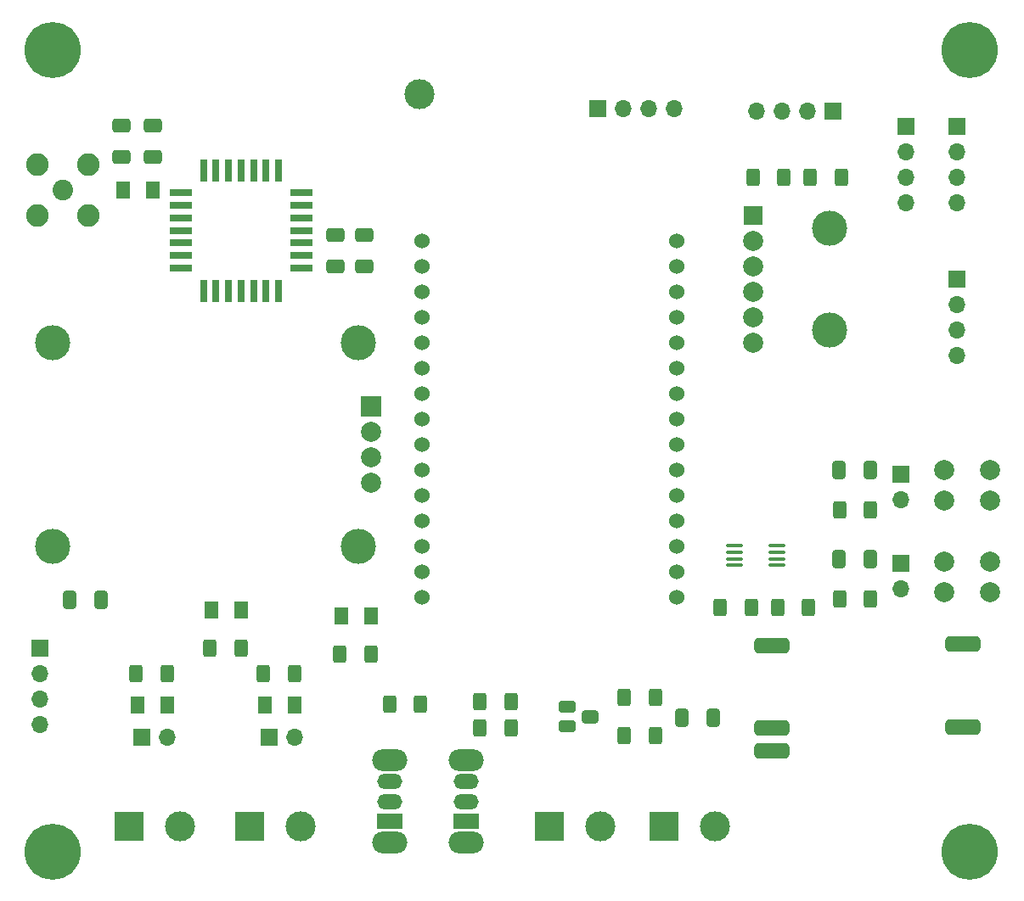
<source format=gts>
G04 #@! TF.GenerationSoftware,KiCad,Pcbnew,7.0.5*
G04 #@! TF.CreationDate,2023-07-24T05:32:36-06:00*
G04 #@! TF.ProjectId,Project-Supernova-PCB,50726f6a-6563-4742-9d53-757065726e6f,rev?*
G04 #@! TF.SameCoordinates,Original*
G04 #@! TF.FileFunction,Soldermask,Top*
G04 #@! TF.FilePolarity,Negative*
%FSLAX46Y46*%
G04 Gerber Fmt 4.6, Leading zero omitted, Abs format (unit mm)*
G04 Created by KiCad (PCBNEW 7.0.5) date 2023-07-24 05:32:36*
%MOMM*%
%LPD*%
G01*
G04 APERTURE LIST*
G04 Aperture macros list*
%AMRoundRect*
0 Rectangle with rounded corners*
0 $1 Rounding radius*
0 $2 $3 $4 $5 $6 $7 $8 $9 X,Y pos of 4 corners*
0 Add a 4 corners polygon primitive as box body*
4,1,4,$2,$3,$4,$5,$6,$7,$8,$9,$2,$3,0*
0 Add four circle primitives for the rounded corners*
1,1,$1+$1,$2,$3*
1,1,$1+$1,$4,$5*
1,1,$1+$1,$6,$7*
1,1,$1+$1,$8,$9*
0 Add four rect primitives between the rounded corners*
20,1,$1+$1,$2,$3,$4,$5,0*
20,1,$1+$1,$4,$5,$6,$7,0*
20,1,$1+$1,$6,$7,$8,$9,0*
20,1,$1+$1,$8,$9,$2,$3,0*%
G04 Aperture macros list end*
%ADD10C,3.500000*%
%ADD11R,1.900000X1.900000*%
%ADD12C,2.000000*%
%ADD13RoundRect,0.250000X-0.400000X-0.625000X0.400000X-0.625000X0.400000X0.625000X-0.400000X0.625000X0*%
%ADD14RoundRect,0.250001X-0.462499X-0.624999X0.462499X-0.624999X0.462499X0.624999X-0.462499X0.624999X0*%
%ADD15R,1.700000X1.700000*%
%ADD16O,1.700000X1.700000*%
%ADD17RoundRect,0.300000X-0.550000X-0.300000X0.550000X-0.300000X0.550000X0.300000X-0.550000X0.300000X0*%
%ADD18RoundRect,0.325000X-0.525000X-0.325000X0.525000X-0.325000X0.525000X0.325000X-0.525000X0.325000X0*%
%ADD19C,3.000000*%
%ADD20O,3.500000X2.200000*%
%ADD21R,2.500000X1.500000*%
%ADD22O,2.500000X1.500000*%
%ADD23RoundRect,0.250001X0.462499X0.624999X-0.462499X0.624999X-0.462499X-0.624999X0.462499X-0.624999X0*%
%ADD24R,3.000000X3.000000*%
%ADD25RoundRect,0.100000X-0.712500X-0.100000X0.712500X-0.100000X0.712500X0.100000X-0.712500X0.100000X0*%
%ADD26RoundRect,0.250000X0.650000X-0.412500X0.650000X0.412500X-0.650000X0.412500X-0.650000X-0.412500X0*%
%ADD27RoundRect,0.250000X-0.412500X-0.650000X0.412500X-0.650000X0.412500X0.650000X-0.412500X0.650000X0*%
%ADD28C,5.600000*%
%ADD29C,1.524000*%
%ADD30C,2.050000*%
%ADD31C,2.250000*%
%ADD32R,2.000000X2.000000*%
%ADD33R,2.300000X0.800000*%
%ADD34R,0.800000X2.300000*%
%ADD35RoundRect,0.381000X-1.369000X-0.381000X1.369000X-0.381000X1.369000X0.381000X-1.369000X0.381000X0*%
G04 APERTURE END LIST*
D10*
X166380000Y-67310000D03*
X166380000Y-77470000D03*
D11*
X158750000Y-66040000D03*
D12*
X158750000Y-68580000D03*
X158750000Y-71120000D03*
X158750000Y-73660000D03*
X158750000Y-76200000D03*
X158750000Y-78740000D03*
D13*
X167372500Y-104330000D03*
X170472500Y-104330000D03*
X164465000Y-62230000D03*
X167565000Y-62230000D03*
D12*
X182372000Y-100584000D03*
D14*
X97355000Y-114935000D03*
X100330000Y-114935000D03*
D15*
X173472500Y-91900000D03*
D16*
X173472500Y-94440000D03*
D17*
X140208000Y-115128000D03*
X140208000Y-117028000D03*
D18*
X142494000Y-116078000D03*
D19*
X125500000Y-54000000D03*
D13*
X117550000Y-109855000D03*
X120650000Y-109855000D03*
D20*
X122555000Y-128655000D03*
X122555000Y-120455000D03*
D21*
X122555000Y-126555000D03*
D22*
X122555000Y-124555000D03*
X122555000Y-122555000D03*
D13*
X167372500Y-95440000D03*
X170472500Y-95440000D03*
D23*
X98896500Y-63500000D03*
X95921500Y-63500000D03*
D15*
X143256000Y-55372000D03*
D16*
X145796000Y-55372000D03*
X148336000Y-55372000D03*
X150876000Y-55372000D03*
D15*
X173472500Y-100790000D03*
D16*
X173472500Y-103330000D03*
D13*
X145900000Y-114200000D03*
X149000000Y-114200000D03*
X155500000Y-105200000D03*
X158600000Y-105200000D03*
D24*
X149860000Y-127000000D03*
D19*
X154940000Y-127000000D03*
D25*
X156887500Y-99025000D03*
X156887500Y-99675000D03*
X156887500Y-100325000D03*
X156887500Y-100975000D03*
X161112500Y-100975000D03*
X161112500Y-100325000D03*
X161112500Y-99675000D03*
X161112500Y-99025000D03*
D13*
X131500000Y-114600000D03*
X134600000Y-114600000D03*
D14*
X117675000Y-106045000D03*
X120650000Y-106045000D03*
D26*
X117094000Y-71158500D03*
X117094000Y-68033500D03*
D27*
X167347500Y-91440000D03*
X170472500Y-91440000D03*
D13*
X145900000Y-118000000D03*
X149000000Y-118000000D03*
D26*
X120015000Y-71158500D03*
X120015000Y-68033500D03*
D13*
X131500000Y-117200000D03*
X134600000Y-117200000D03*
X97230000Y-111760000D03*
X100330000Y-111760000D03*
D28*
X88900000Y-129540000D03*
X180340000Y-129540000D03*
D15*
X166751000Y-55626000D03*
D16*
X164211000Y-55626000D03*
X161671000Y-55626000D03*
X159131000Y-55626000D03*
D20*
X130175000Y-128655000D03*
X130175000Y-120455000D03*
D21*
X130175000Y-126555000D03*
D22*
X130175000Y-124555000D03*
X130175000Y-122555000D03*
D12*
X182372000Y-103632000D03*
D29*
X125730000Y-68580000D03*
X125730000Y-71120000D03*
X125730000Y-73660000D03*
X125730000Y-76200000D03*
X125730000Y-78740000D03*
X125730000Y-81280000D03*
X125730000Y-83820000D03*
X125730000Y-86360000D03*
X125730000Y-88900000D03*
X125730000Y-91440000D03*
X125730000Y-93980000D03*
X125730000Y-96520000D03*
X125730000Y-99060000D03*
X125730000Y-101600000D03*
X125730000Y-104140000D03*
X151130000Y-104140000D03*
X151130000Y-101600000D03*
X151130000Y-99060000D03*
X151130000Y-96520000D03*
X151130000Y-93980000D03*
X151130000Y-91440000D03*
X151130000Y-88900000D03*
X151130000Y-86360000D03*
X151130000Y-83820000D03*
X151130000Y-81280000D03*
X151130000Y-78740000D03*
X151130000Y-76200000D03*
X151130000Y-73660000D03*
X151130000Y-71120000D03*
X151130000Y-68580000D03*
D12*
X177800000Y-91440000D03*
D30*
X89916000Y-63500000D03*
D31*
X87376000Y-60960000D03*
X87376000Y-66040000D03*
X92456000Y-60960000D03*
X92456000Y-66040000D03*
D13*
X122500000Y-114800000D03*
X125600000Y-114800000D03*
D27*
X167347500Y-100330000D03*
X170472500Y-100330000D03*
D10*
X119380000Y-78740000D03*
X88900000Y-78740000D03*
X119380000Y-99060000D03*
X88900000Y-99060000D03*
D32*
X120650000Y-85090000D03*
D12*
X120650000Y-87630000D03*
X120650000Y-90170000D03*
X120650000Y-92710000D03*
D14*
X110055000Y-114935000D03*
X113030000Y-114935000D03*
D28*
X180340000Y-49530000D03*
D26*
X95758000Y-60236500D03*
X95758000Y-57111500D03*
D12*
X177800000Y-100584000D03*
D13*
X161200000Y-105200000D03*
X164300000Y-105200000D03*
D15*
X87630000Y-109220000D03*
D16*
X87630000Y-111760000D03*
X87630000Y-114300000D03*
X87630000Y-116840000D03*
D33*
X113696000Y-71314000D03*
X113696000Y-70064000D03*
X113696000Y-68814000D03*
X113696000Y-67564000D03*
X113696000Y-66314000D03*
X113696000Y-65064000D03*
X113696000Y-63814000D03*
D34*
X111446000Y-61564000D03*
X110196000Y-61564000D03*
X108946000Y-61564000D03*
X107696000Y-61564000D03*
X106446000Y-61564000D03*
X105196000Y-61564000D03*
X103946000Y-61564000D03*
D33*
X101696000Y-63814000D03*
X101696000Y-65064000D03*
X101696000Y-66314000D03*
X101696000Y-67564000D03*
X101696000Y-68814000D03*
X101696000Y-70064000D03*
X101696000Y-71314000D03*
D34*
X103946000Y-73564000D03*
X105196000Y-73564000D03*
X106446000Y-73564000D03*
X107696000Y-73564000D03*
X108946000Y-73564000D03*
X110196000Y-73564000D03*
X111446000Y-73564000D03*
D24*
X108585000Y-127000000D03*
D19*
X113665000Y-127000000D03*
D26*
X98933000Y-60236500D03*
X98933000Y-57111500D03*
D15*
X97790000Y-118110000D03*
D16*
X100330000Y-118110000D03*
D24*
X96520000Y-127000000D03*
D19*
X101600000Y-127000000D03*
D14*
X104721000Y-105410000D03*
X107696000Y-105410000D03*
D35*
X160655000Y-108966000D03*
X160655000Y-117221000D03*
X160655000Y-119471000D03*
X179680000Y-108839000D03*
X179680000Y-117094000D03*
D15*
X179070000Y-57150000D03*
D16*
X179070000Y-59690000D03*
X179070000Y-62230000D03*
X179070000Y-64770000D03*
D27*
X90601000Y-104394000D03*
X93726000Y-104394000D03*
D12*
X182372000Y-94488000D03*
D13*
X104596000Y-109220000D03*
X107696000Y-109220000D03*
D15*
X179070000Y-72400000D03*
D16*
X179070000Y-74940000D03*
X179070000Y-77480000D03*
X179070000Y-80020000D03*
D13*
X109930000Y-111760000D03*
X113030000Y-111760000D03*
X158750000Y-62230000D03*
X161850000Y-62230000D03*
D12*
X177800000Y-94488000D03*
D15*
X110490000Y-118110000D03*
D16*
X113030000Y-118110000D03*
D12*
X177800000Y-103632000D03*
D24*
X138430000Y-127000000D03*
D19*
X143510000Y-127000000D03*
D28*
X88900000Y-49530000D03*
D27*
X151675000Y-116200000D03*
X154800000Y-116200000D03*
D15*
X173990000Y-57150000D03*
D16*
X173990000Y-59690000D03*
X173990000Y-62230000D03*
X173990000Y-64770000D03*
D12*
X182372000Y-91440000D03*
M02*

</source>
